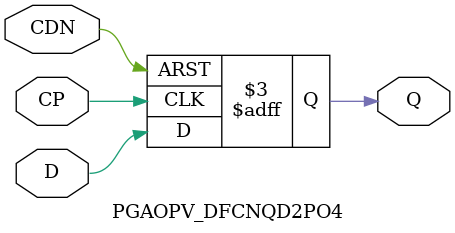
<source format=v>
`define VLIB_BYPASS_POWER_CG
`define NV_FPGA_FIFOGEN
`define FIFOGEN_MASTER_CLK_GATING_DISABLED
`define FPGA
`define SYNTHESIS

module PGAOPV_DFCNQD2PO4 (
  D
 ,CP
 ,CDN
 ,Q
 );
//---------------------------------------
//IO DECLARATIONS
input D ;
input CP ;
input CDN ;
output Q ;
reg Q;
always @(posedge CP or negedge CDN)
begin
    if(~CDN)
        Q <= 1'b0;
    else
        Q <= D;
end
endmodule

</source>
